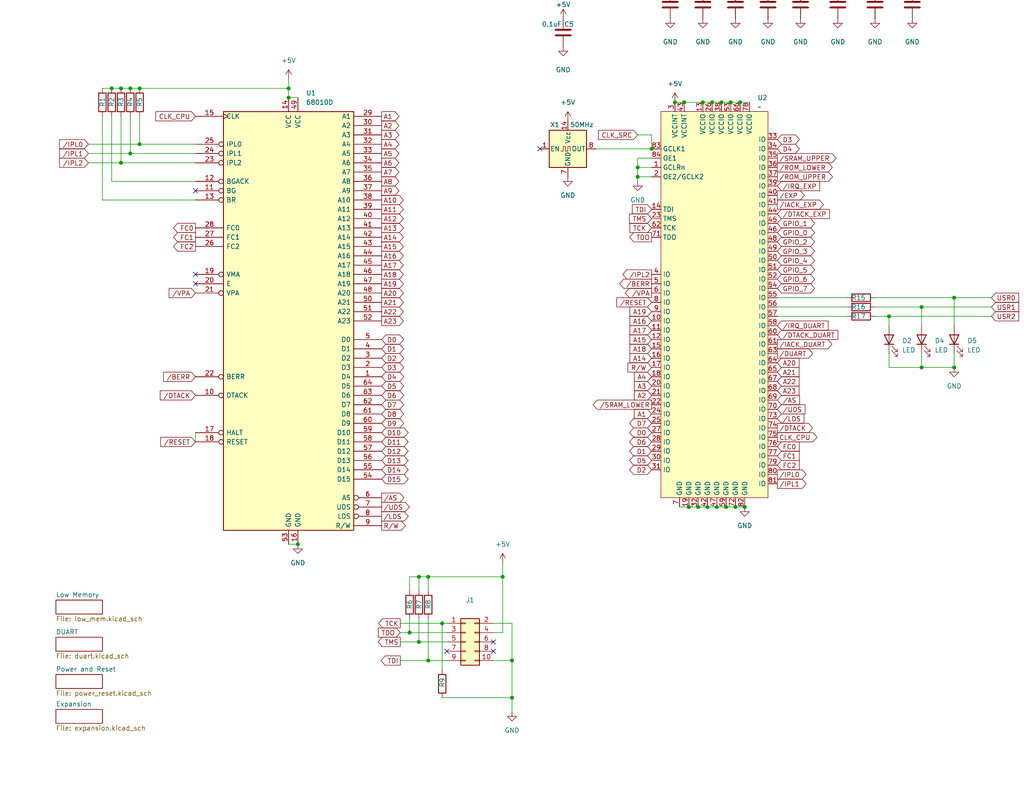
<source format=kicad_sch>
(kicad_sch (version 20231120) (generator "eeschema") (generator_version "8.0")
  (paper "A")
  (title_block (title "Mackerel-10 SBC v1") (date "2024-07-30") (rev "1.0a") (company "Colin Maykish"))
  (lib_symbols
    (symbol "CPU_NXP_68000:68010D" (pin_names (offset 0.762))
      (property "Reference" "U" (at 0 2.54 0))
      (property "Value" "68010D" (at 0 -3.81 0))
      (symbol "68010D_1_1"
        (pin bidirectional line (at 25.4 -15.24 180) (length 7.62) (name "D4") (number "1"))
        (pin input inverted (at -25.4 -20.32 0) (length 7.62) (name "DTACK") (number "10"))
        (pin output inverted (at -25.4 35.56 0) (length 7.62) (name "BG") (number "11"))
        (pin input inverted (at -25.4 38.1 0) (length 7.62) (name "BGACK") (number "12"))
        (pin input inverted (at -25.4 33.02 0) (length 7.62) (name "BR") (number "13"))
        (pin power_in line (at 0 60.96 270) (length 3.81) (name "VCC") (number "14"))
        (pin input clock (at -25.4 55.88 0) (length 7.62) (name "CLK") (number "15"))
        (pin power_in line (at 2.54 -60.96 90) (length 3.81) (name "GND") (number "16"))
        (pin bidirectional inverted (at -25.4 -30.48 0) (length 7.62) (name "HALT") (number "17"))
        (pin bidirectional inverted (at -25.4 -33.02 0) (length 7.62) (name "RESET") (number "18"))
        (pin output inverted (at -25.4 12.7 0) (length 7.62) (name "VMA") (number "19"))
        (pin bidirectional line (at 25.4 -12.7 180) (length 7.62) (name "D3") (number "2"))
        (pin output line (at -25.4 10.16 0) (length 7.62) (name "E") (number "20"))
        (pin input inverted (at -25.4 7.62 0) (length 7.62) (name "VPA") (number "21"))
        (pin input inverted (at -25.4 -15.24 0) (length 7.62) (name "BERR") (number "22"))
        (pin input inverted (at -25.4 43.18 0) (length 7.62) (name "IPL2") (number "23"))
        (pin input inverted (at -25.4 45.72 0) (length 7.62) (name "IPL1") (number "24"))
        (pin input inverted (at -25.4 48.26 0) (length 7.62) (name "IPL0") (number "25"))
        (pin output line (at -25.4 20.32 0) (length 7.62) (name "FC2") (number "26"))
        (pin output line (at -25.4 22.86 0) (length 7.62) (name "FC1") (number "27"))
        (pin output line (at -25.4 25.4 0) (length 7.62) (name "FC0") (number "28"))
        (pin output line (at 25.4 55.88 180) (length 7.62) (name "A1") (number "29"))
        (pin bidirectional line (at 25.4 -10.16 180) (length 7.62) (name "D2") (number "3"))
        (pin output line (at 25.4 53.34 180) (length 7.62) (name "A2") (number "30"))
        (pin output line (at 25.4 50.8 180) (length 7.62) (name "A3") (number "31"))
        (pin output line (at 25.4 48.26 180) (length 7.62) (name "A4") (number "32"))
        (pin output line (at 25.4 45.72 180) (length 7.62) (name "A5") (number "33"))
        (pin output line (at 25.4 43.18 180) (length 7.62) (name "A6") (number "34"))
        (pin output line (at 25.4 40.64 180) (length 7.62) (name "A7") (number "35"))
        (pin output line (at 25.4 38.1 180) (length 7.62) (name "A8") (number "36"))
        (pin output line (at 25.4 35.56 180) (length 7.62) (name "A9") (number "37"))
        (pin output line (at 25.4 33.02 180) (length 7.62) (name "A10") (number "38"))
        (pin output line (at 25.4 30.48 180) (length 7.62) (name "A11") (number "39"))
        (pin bidirectional line (at 25.4 -7.62 180) (length 7.62) (name "D1") (number "4"))
        (pin output line (at 25.4 27.94 180) (length 7.62) (name "A12") (number "40"))
        (pin output line (at 25.4 25.4 180) (length 7.62) (name "A13") (number "41"))
        (pin output line (at 25.4 22.86 180) (length 7.62) (name "A14") (number "42"))
        (pin output line (at 25.4 20.32 180) (length 7.62) (name "A15") (number "43"))
        (pin output line (at 25.4 17.78 180) (length 7.62) (name "A16") (number "44"))
        (pin output line (at 25.4 15.24 180) (length 7.62) (name "A17") (number "45"))
        (pin output line (at 25.4 12.7 180) (length 7.62) (name "A18") (number "46"))
        (pin output line (at 25.4 10.16 180) (length 7.62) (name "A19") (number "47"))
        (pin output line (at 25.4 7.62 180) (length 7.62) (name "A20") (number "48"))
        (pin power_in line (at 2.54 60.96 270) (length 3.81) (name "VCC") (number "49"))
        (pin bidirectional line (at 25.4 -5.08 180) (length 7.62) (name "D0") (number "5"))
        (pin output line (at 25.4 5.08 180) (length 7.62) (name "A21") (number "50"))
        (pin output line (at 25.4 2.54 180) (length 7.62) (name "A22") (number "51"))
        (pin output line (at 25.4 0 180) (length 7.62) (name "A23") (number "52"))
        (pin power_in line (at 0 -60.96 90) (length 3.81) (name "GND") (number "53"))
        (pin bidirectional line (at 25.4 -43.18 180) (length 7.62) (name "D15") (number "54"))
        (pin bidirectional line (at 25.4 -40.64 180) (length 7.62) (name "D14") (number "55"))
        (pin bidirectional line (at 25.4 -38.1 180) (length 7.62) (name "D13") (number "56"))
        (pin bidirectional line (at 25.4 -35.56 180) (length 7.62) (name "D12") (number "57"))
        (pin bidirectional line (at 25.4 -33.02 180) (length 7.62) (name "D11") (number "58"))
        (pin bidirectional line (at 25.4 -30.48 180) (length 7.62) (name "D10") (number "59"))
        (pin output inverted (at 25.4 -48.26 180) (length 7.62) (name "AS") (number "6"))
        (pin bidirectional line (at 25.4 -27.94 180) (length 7.62) (name "D9") (number "60"))
        (pin bidirectional line (at 25.4 -25.4 180) (length 7.62) (name "D8") (number "61"))
        (pin bidirectional line (at 25.4 -22.86 180) (length 7.62) (name "D7") (number "62"))
        (pin bidirectional line (at 25.4 -20.32 180) (length 7.62) (name "D6") (number "63"))
        (pin bidirectional line (at 25.4 -17.78 180) (length 7.62) (name "D5") (number "64"))
        (pin output inverted (at 25.4 -50.8 180) (length 7.62) (name "UDS") (number "7"))
        (pin output inverted (at 25.4 -53.34 180) (length 7.62) (name "LDS") (number "8"))
        (pin output line (at 25.4 -55.88 180) (length 7.62) (name "R/W") (number "9"))
      )
    )
    (symbol "Connector_Generic:Conn_02x05_Odd_Even" (pin_names (offset 1.016) hide)
      (property "Reference" "J" (at 1.27 7.62 0))
      (property "Value" "Conn_02x05_Odd_Even" (at 1.27 -7.62 0))
      (symbol "Conn_02x05_Odd_Even_1_1"
        (pin passive line (at -5.08 5.08 0) (length 3.81) (name "Pin_1") (number "1"))
        (pin passive line (at 7.62 -5.08 180) (length 3.81) (name "Pin_10") (number "10"))
        (pin passive line (at 7.62 5.08 180) (length 3.81) (name "Pin_2") (number "2"))
        (pin passive line (at -5.08 2.54 0) (length 3.81) (name "Pin_3") (number "3"))
        (pin passive line (at 7.62 2.54 180) (length 3.81) (name "Pin_4") (number "4"))
        (pin passive line (at -5.08 0 0) (length 3.81) (name "Pin_5") (number "5"))
        (pin passive line (at 7.62 0 180) (length 3.81) (name "Pin_6") (number "6"))
        (pin passive line (at -5.08 -2.54 0) (length 3.81) (name "Pin_7") (number "7"))
        (pin passive line (at 7.62 -2.54 180) (length 3.81) (name "Pin_8") (number "8"))
        (pin passive line (at -5.08 -5.08 0) (length 3.81) (name "Pin_9") (number "9"))
      )
    )
    (symbol "Device:C" (pin_numbers hide) (pin_names (offset 0.254))
      (property "Reference" "C" (at 0.635 2.54 0))
      (property "Value" "C" (at 0.635 -2.54 0))
      (symbol "C_1_1"
        (pin passive line (at 0 3.81 270) (length 2.794) (name "~") (number "1"))
        (pin passive line (at 0 -3.81 90) (length 2.794) (name "~") (number "2"))
      )
    )
    (symbol "Device:LED" (pin_numbers hide) (pin_names (offset 1.016) hide)
      (property "Reference" "D" (at 0 2.54 0))
      (property "Value" "LED" (at 0 -2.54 0))
      (symbol "LED_1_1"
        (pin passive line (at -3.81 0 0) (length 2.54) (name "K") (number "1"))
        (pin passive line (at 3.81 0 180) (length 2.54) (name "A") (number "2"))
      )
    )
    (symbol "Device:R" (pin_numbers hide) (pin_names (offset 0))
      (property "Reference" "R" (at 2.032 0 90))
      (property "Value" "R" (at 0 0 90))
      (symbol "R_1_1"
        (pin passive line (at 0 3.81 270) (length 1.27) (name "~") (number "1"))
        (pin passive line (at 0 -3.81 90) (length 1.27) (name "~") (number "2"))
      )
    )
    (symbol "Oscillator:CXO_DIP14" (pin_names (offset 0.254))
      (property "Reference" "X" (at -5.08 6.35 0))
      (property "Value" "CXO_DIP14" (at 1.27 -6.35 0))
      (symbol "CXO_DIP14_1_1"
        (pin input line (at -7.62 0 0) (length 2.54) (name "EN") (number "1"))
        (pin power_in line (at 0 7.62 270) (length 2.54) (name "Vcc") (number "14"))
        (pin power_in line (at 0 -7.62 90) (length 2.54) (name "GND") (number "7"))
        (pin output line (at 7.62 0 180) (length 2.54) (name "OUT") (number "8"))
      )
    )
    (symbol "mackerel-68k-symbols:EPM7128SLC"
      (property "Reference" "U" (at 12.192 55.118 0))
      (symbol "EPM7128SLC_1_1"
        (pin input line (at -17.78 38.1 0) (length 2.54) (name "GCLRn") (number "1"))
        (pin bidirectional line (at -17.78 -3.81 0) (length 2.54) (name "IO") (number "10"))
        (pin bidirectional line (at -17.78 -6.35 0) (length 2.54) (name "IO") (number "11"))
        (pin bidirectional line (at -17.78 -8.89 0) (length 2.54) (name "IO") (number "12"))
        (pin power_in line (at -3.81 55.88 270) (length 2.54) (name "VCCIO") (number "13"))
        (pin bidirectional line (at -17.78 26.67 0) (length 2.54) (name "TDI") (number "14"))
        (pin bidirectional line (at -17.78 -11.43 0) (length 2.54) (name "IO") (number "15"))
        (pin bidirectional line (at -17.78 -13.97 0) (length 2.54) (name "IO") (number "16"))
        (pin bidirectional line (at -17.78 -16.51 0) (length 2.54) (name "IO") (number "17"))
        (pin bidirectional line (at -17.78 -19.05 0) (length 2.54) (name "IO") (number "18"))
        (pin power_in line (at -7.62 -54.61 90) (length 2.54) (name "GND") (number "19"))
        (pin input line (at -17.78 35.56 0) (length 2.54) (name "OE2/GCLK2") (number "2"))
        (pin bidirectional line (at -17.78 -21.59 0) (length 2.54) (name "IO") (number "20"))
        (pin bidirectional line (at -17.78 -24.13 0) (length 2.54) (name "IO") (number "21"))
        (pin bidirectional line (at -17.78 -26.67 0) (length 2.54) (name "IO") (number "22"))
        (pin bidirectional line (at -17.78 24.13 0) (length 2.54) (name "TMS") (number "23"))
        (pin bidirectional line (at -17.78 -29.21 0) (length 2.54) (name "IO") (number "24"))
        (pin bidirectional line (at -17.78 -31.75 0) (length 2.54) (name "IO") (number "25"))
        (pin power_in line (at -1.27 55.88 270) (length 2.54) (name "VCCIO") (number "26"))
        (pin bidirectional line (at -17.78 -34.29 0) (length 2.54) (name "IO") (number "27"))
        (pin bidirectional line (at -17.78 -36.83 0) (length 2.54) (name "IO") (number "28"))
        (pin bidirectional line (at -17.78 -39.37 0) (length 2.54) (name "IO") (number "29"))
        (pin power_in line (at -11.43 55.88 270) (length 2.54) (name "VCCINT") (number "3"))
        (pin bidirectional line (at -17.78 -41.91 0) (length 2.54) (name "IO") (number "30"))
        (pin bidirectional line (at -17.78 -44.45 0) (length 2.54) (name "IO") (number "31"))
        (pin power_in line (at -5.08 -54.61 90) (length 2.54) (name "GND") (number "32"))
        (pin bidirectional line (at 16.51 45.72 180) (length 2.54) (name "IO") (number "33"))
        (pin bidirectional line (at 16.51 43.18 180) (length 2.54) (name "IO") (number "34"))
        (pin bidirectional line (at 16.51 40.64 180) (length 2.54) (name "IO") (number "35"))
        (pin bidirectional line (at 16.51 38.1 180) (length 2.54) (name "IO") (number "36"))
        (pin bidirectional line (at 16.51 35.56 180) (length 2.54) (name "IO") (number "37"))
        (pin power_in line (at 1.27 55.88 270) (length 2.54) (name "VCCIO") (number "38"))
        (pin bidirectional line (at 16.51 33.02 180) (length 2.54) (name "IO") (number "39"))
        (pin bidirectional line (at -17.78 8.89 0) (length 2.54) (name "IO") (number "4"))
        (pin bidirectional line (at 16.51 30.48 180) (length 2.54) (name "IO") (number "40"))
        (pin bidirectional line (at 16.51 27.94 180) (length 2.54) (name "IO") (number "41"))
        (pin power_in line (at -2.54 -54.61 90) (length 2.54) (name "GND") (number "42"))
        (pin power_in line (at -8.89 55.88 270) (length 2.54) (name "VCCINT") (number "43"))
        (pin bidirectional line (at 16.51 25.4 180) (length 2.54) (name "IO") (number "44"))
        (pin bidirectional line (at 16.51 22.86 180) (length 2.54) (name "IO") (number "45"))
        (pin bidirectional line (at 16.51 20.32 180) (length 2.54) (name "IO") (number "46"))
        (pin power_in line (at 0 -54.61 90) (length 2.54) (name "GND") (number "47"))
        (pin bidirectional line (at 16.51 17.78 180) (length 2.54) (name "IO") (number "48"))
        (pin bidirectional line (at 16.51 15.24 180) (length 2.54) (name "IO") (number "49"))
        (pin bidirectional line (at -17.78 6.35 0) (length 2.54) (name "IO") (number "5"))
        (pin bidirectional line (at 16.51 12.7 180) (length 2.54) (name "IO") (number "50"))
        (pin bidirectional line (at 16.51 10.16 180) (length 2.54) (name "IO") (number "51"))
        (pin bidirectional line (at 16.51 7.62 180) (length 2.54) (name "IO") (number "52"))
        (pin power_in line (at 3.81 55.88 270) (length 2.54) (name "VCCIO") (number "53"))
        (pin bidirectional line (at 16.51 5.08 180) (length 2.54) (name "IO") (number "54"))
        (pin bidirectional line (at 16.51 2.54 180) (length 2.54) (name "IO") (number "55"))
        (pin bidirectional line (at 16.51 0 180) (length 2.54) (name "IO") (number "56"))
        (pin bidirectional line (at 16.51 -2.54 180) (length 2.54) (name "IO") (number "57"))
        (pin bidirectional line (at 16.51 -5.08 180) (length 2.54) (name "IO") (number "58"))
        (pin power_in line (at 2.54 -54.61 90) (length 2.54) (name "GND") (number "59"))
        (pin bidirectional line (at -17.78 3.81 0) (length 2.54) (name "IO") (number "6"))
        (pin bidirectional line (at 16.51 -7.62 180) (length 2.54) (name "IO") (number "60"))
        (pin bidirectional line (at 16.51 -10.16 180) (length 2.54) (name "IO") (number "61"))
        (pin bidirectional line (at -17.78 21.59 0) (length 2.54) (name "TCK") (number "62"))
        (pin bidirectional line (at 16.51 -12.7 180) (length 2.54) (name "IO") (number "63"))
        (pin bidirectional line (at 16.51 -15.24 180) (length 2.54) (name "IO") (number "64"))
        (pin bidirectional line (at 16.51 -17.78 180) (length 2.54) (name "IO") (number "65"))
        (pin power_in line (at 6.35 55.88 270) (length 2.54) (name "VCCIO") (number "66"))
        (pin bidirectional line (at 16.51 -20.32 180) (length 2.54) (name "IO") (number "67"))
        (pin bidirectional line (at 16.51 -22.86 180) (length 2.54) (name "IO") (number "68"))
        (pin bidirectional line (at 16.51 -25.4 180) (length 2.54) (name "IO") (number "69"))
        (pin power_in line (at -10.16 -54.61 90) (length 2.54) (name "GND") (number "7"))
        (pin bidirectional line (at 16.51 -27.94 180) (length 2.54) (name "IO") (number "70"))
        (pin bidirectional line (at -17.78 19.05 0) (length 2.54) (name "TDO") (number "71"))
        (pin power_in line (at 5.08 -54.61 90) (length 2.54) (name "GND") (number "72"))
        (pin bidirectional line (at 16.51 -30.48 180) (length 2.54) (name "IO") (number "73"))
        (pin bidirectional line (at 16.51 -33.02 180) (length 2.54) (name "IO") (number "74"))
        (pin bidirectional line (at 16.51 -35.56 180) (length 2.54) (name "IO") (number "75"))
        (pin bidirectional line (at 16.51 -38.1 180) (length 2.54) (name "IO") (number "76"))
        (pin bidirectional line (at 16.51 -40.64 180) (length 2.54) (name "IO") (number "77"))
        (pin power_in line (at 8.89 55.88 270) (length 2.54) (name "VCCIO") (number "78"))
        (pin bidirectional line (at 16.51 -43.18 180) (length 2.54) (name "IO") (number "79"))
        (pin bidirectional line (at -17.78 1.27 0) (length 2.54) (name "IO") (number "8"))
        (pin bidirectional line (at 16.51 -45.72 180) (length 2.54) (name "IO") (number "80"))
        (pin bidirectional line (at 16.51 -48.26 180) (length 2.54) (name "IO") (number "81"))
        (pin power_in line (at 7.62 -54.61 90) (length 2.54) (name "GND") (number "82"))
        (pin input line (at -17.78 43.18 0) (length 2.54) (name "GCLK1") (number "83"))
        (pin input line (at -17.78 40.64 0) (length 2.54) (name "OE1") (number "84"))
        (pin bidirectional line (at -17.78 -1.27 0) (length 2.54) (name "IO") (number "9"))
      )
    )
    (symbol "power:+5V" (power) (pin_numbers hide) (pin_names (offset 0) hide)
      (property "Value" "+5V" (at 0 3.556 0))
      (symbol "+5V_1_1"
        (pin power_in line (at 0 0 90) (length 0) (name "~") (number "1"))
      )
    )
    (symbol "power:GND" (power) (pin_numbers hide) (pin_names (offset 0) hide)
      (property "Value" "GND" (at 0 -3.81 0))
      (symbol "GND_1_1"
        (pin power_in line (at 0 0 270) (length 0) (name "~") (number "1"))
      )
    )
  )
  (junction (at 114.3 175.26))
  (junction (at 35.56 24.13))
  (junction (at 111.76 172.72))
  (junction (at 203.2 138.43))
  (junction (at 116.84 180.34))
  (junction (at 190.5 138.43))
  (junction (at 38.1 39.37))
  (junction (at 120.65 170.18))
  (junction (at 30.48 24.13))
  (junction (at 184.15 27.94))
  (junction (at 260.35 81.28))
  (junction (at 187.96 138.43))
  (junction (at 194.31 27.94))
  (junction (at 251.46 100.33))
  (junction (at 195.58 138.43))
  (junction (at 260.35 100.33))
  (junction (at 33.02 24.13))
  (junction (at 114.3 157.48))
  (junction (at 78.74 24.13))
  (junction (at 139.7 180.34))
  (junction (at 200.66 138.43))
  (junction (at 173.99 45.72))
  (junction (at 198.12 138.43))
  (junction (at 199.39 27.94))
  (junction (at 173.99 48.26))
  (junction (at 242.57 86.36))
  (junction (at 177.8 40.64))
  (junction (at 191.77 27.94))
  (junction (at 78.74 26.67))
  (junction (at 33.02 44.45))
  (junction (at 193.04 138.43))
  (junction (at 201.93 27.94))
  (junction (at 81.28 148.59))
  (junction (at 139.7 190.5))
  (junction (at 186.69 27.94))
  (junction (at 38.1 24.13))
  (junction (at 251.46 83.82))
  (junction (at 137.16 157.48))
  (junction (at 196.85 27.94))
  (junction (at 116.84 157.48))
  (junction (at 35.56 41.91))
  (no_connect (at 53.34 77.47))
  (no_connect (at 134.62 177.8))
  (no_connect (at 134.62 175.26))
  (no_connect (at 53.34 74.93))
  (no_connect (at 147.32 40.64))
  (no_connect (at 53.34 52.07))
  (no_connect (at 121.92 177.8))
  (wire (pts (xy 120.65 170.18) (xy 121.92 170.18)))
  (wire (pts (xy 116.84 161.29) (xy 116.84 157.48)))
  (wire (pts (xy 116.84 157.48) (xy 137.16 157.48)))
  (wire (pts (xy 27.94 54.61) (xy 27.94 31.75)))
  (wire (pts (xy 191.77 27.94) (xy 194.31 27.94)))
  (wire (pts (xy 109.22 170.18) (xy 120.65 170.18)))
  (wire (pts (xy 109.22 180.34) (xy 116.84 180.34)))
  (wire (pts (xy 33.02 24.13) (xy 35.56 24.13)))
  (wire (pts (xy 260.35 96.52) (xy 260.35 100.33)))
  (wire (pts (xy 173.99 48.26) (xy 173.99 45.72)))
  (wire (pts (xy 35.56 31.75) (xy 35.56 41.91)))
  (wire (pts (xy 111.76 172.72) (xy 121.92 172.72)))
  (wire (pts (xy 120.65 190.5) (xy 139.7 190.5)))
  (wire (pts (xy 260.35 81.28) (xy 270.51 81.28)))
  (wire (pts (xy 114.3 175.26) (xy 121.92 175.26)))
  (wire (pts (xy 24.13 41.91) (xy 35.56 41.91)))
  (wire (pts (xy 137.16 157.48) (xy 137.16 172.72)))
  (wire (pts (xy 184.15 27.94) (xy 186.69 27.94)))
  (wire (pts (xy 186.69 27.94) (xy 191.77 27.94)))
  (wire (pts (xy 33.02 31.75) (xy 33.02 44.45)))
  (wire (pts (xy 212.09 83.82) (xy 231.14 83.82)))
  (wire (pts (xy 173.99 43.18) (xy 177.8 43.18)))
  (wire (pts (xy 251.46 83.82) (xy 251.46 88.9)))
  (wire (pts (xy 200.66 138.43) (xy 203.2 138.43)))
  (wire (pts (xy 111.76 168.91) (xy 111.76 172.72)))
  (wire (pts (xy 38.1 24.13) (xy 78.74 24.13)))
  (wire (pts (xy 194.31 27.94) (xy 196.85 27.94)))
  (wire (pts (xy 30.48 31.75) (xy 30.48 49.53)))
  (wire (pts (xy 78.74 24.13) (xy 78.74 26.67)))
  (wire (pts (xy 185.42 138.43) (xy 187.96 138.43)))
  (wire (pts (xy 173.99 49.53) (xy 173.99 48.26)))
  (wire (pts (xy 111.76 157.48) (xy 114.3 157.48)))
  (wire (pts (xy 114.3 161.29) (xy 114.3 157.48)))
  (wire (pts (xy 190.5 138.43) (xy 193.04 138.43)))
  (wire (pts (xy 201.93 27.94) (xy 204.47 27.94)))
  (wire (pts (xy 139.7 170.18) (xy 139.7 180.34)))
  (wire (pts (xy 137.16 153.67) (xy 137.16 157.48)))
  (wire (pts (xy 53.34 118.11) (xy 53.34 120.65)))
  (wire (pts (xy 195.58 138.43) (xy 198.12 138.43)))
  (wire (pts (xy 35.56 24.13) (xy 38.1 24.13)))
  (wire (pts (xy 24.13 44.45) (xy 33.02 44.45)))
  (wire (pts (xy 139.7 194.31) (xy 139.7 190.5)))
  (wire (pts (xy 242.57 86.36) (xy 270.51 86.36)))
  (wire (pts (xy 111.76 161.29) (xy 111.76 157.48)))
  (wire (pts (xy 199.39 27.94) (xy 201.93 27.94)))
  (wire (pts (xy 116.84 168.91) (xy 116.84 180.34)))
  (wire (pts (xy 251.46 100.33) (xy 251.46 96.52)))
  (wire (pts (xy 251.46 100.33) (xy 242.57 100.33)))
  (wire (pts (xy 78.74 21.59) (xy 78.74 24.13)))
  (wire (pts (xy 38.1 39.37) (xy 53.34 39.37)))
  (wire (pts (xy 38.1 31.75) (xy 38.1 39.37)))
  (wire (pts (xy 114.3 157.48) (xy 116.84 157.48)))
  (wire (pts (xy 114.3 168.91) (xy 114.3 175.26)))
  (wire (pts (xy 242.57 100.33) (xy 242.57 96.52)))
  (wire (pts (xy 78.74 148.59) (xy 81.28 148.59)))
  (wire (pts (xy 173.99 45.72) (xy 173.99 43.18)))
  (wire (pts (xy 139.7 190.5) (xy 139.7 180.34)))
  (wire (pts (xy 109.22 172.72) (xy 111.76 172.72)))
  (wire (pts (xy 120.65 170.18) (xy 120.65 182.88)))
  (wire (pts (xy 187.96 138.43) (xy 190.5 138.43)))
  (wire (pts (xy 33.02 44.45) (xy 53.34 44.45)))
  (wire (pts (xy 212.09 86.36) (xy 231.14 86.36)))
  (wire (pts (xy 198.12 138.43) (xy 200.66 138.43)))
  (wire (pts (xy 242.57 86.36) (xy 242.57 88.9)))
  (wire (pts (xy 109.22 175.26) (xy 114.3 175.26)))
  (wire (pts (xy 173.99 36.83) (xy 177.8 36.83)))
  (wire (pts (xy 35.56 41.91) (xy 53.34 41.91)))
  (wire (pts (xy 27.94 24.13) (xy 30.48 24.13)))
  (wire (pts (xy 212.09 81.28) (xy 231.14 81.28)))
  (wire (pts (xy 238.76 83.82) (xy 251.46 83.82)))
  (wire (pts (xy 134.62 170.18) (xy 139.7 170.18)))
  (wire (pts (xy 193.04 138.43) (xy 195.58 138.43)))
  (wire (pts (xy 173.99 48.26) (xy 177.8 48.26)))
  (wire (pts (xy 238.76 86.36) (xy 242.57 86.36)))
  (wire (pts (xy 116.84 180.34) (xy 121.92 180.34)))
  (wire (pts (xy 139.7 180.34) (xy 134.62 180.34)))
  (wire (pts (xy 30.48 24.13) (xy 33.02 24.13)))
  (wire (pts (xy 137.16 172.72) (xy 134.62 172.72)))
  (wire (pts (xy 173.99 45.72) (xy 177.8 45.72)))
  (wire (pts (xy 260.35 81.28) (xy 260.35 88.9)))
  (wire (pts (xy 177.8 36.83) (xy 177.8 40.64)))
  (wire (pts (xy 24.13 39.37) (xy 38.1 39.37)))
  (wire (pts (xy 30.48 49.53) (xy 53.34 49.53)))
  (wire (pts (xy 238.76 81.28) (xy 260.35 81.28)))
  (wire (pts (xy 78.74 26.67) (xy 81.28 26.67)))
  (wire (pts (xy 251.46 83.82) (xy 270.51 83.82)))
  (wire (pts (xy 196.85 27.94) (xy 199.39 27.94)))
  (wire (pts (xy 162.56 40.64) (xy 177.8 40.64)))
  (wire (pts (xy 260.35 100.33) (xy 251.46 100.33)))
  (wire (pts (xy 53.34 54.61) (xy 27.94 54.61)))
  (global_label "TDO" (shape input) (at 109.22 172.72 180) (property "Intersheetrefs" "${INTERSHEET_REFS}" (effects (hide yes))))
  (global_label "D4" (shape bidirectional) (at 212.09 40.64 0) (property "Intersheetrefs" "${INTERSHEET_REFS}" (effects (hide yes))))
  (global_label "D6" (shape bidirectional) (at 177.8 120.65 180) (property "Intersheetrefs" "${INTERSHEET_REFS}" (effects (hide yes))))
  (global_label "A16" (shape output) (at 104.14 69.85 0) (property "Intersheetrefs" "${INTERSHEET_REFS}" (effects (hide yes))))
  (global_label "A20" (shape output) (at 104.14 80.01 0) (property "Intersheetrefs" "${INTERSHEET_REFS}" (effects (hide yes))))
  (global_label "GPIO_0" (shape bidirectional) (at 212.09 63.5 0) (property "Intersheetrefs" "${INTERSHEET_REFS}" (effects (hide yes))))
  (global_label "A18" (shape output) (at 104.14 74.93 0) (property "Intersheetrefs" "${INTERSHEET_REFS}" (effects (hide yes))))
  (global_label "{slash}VPA" (shape input) (at 53.34 80.01 180) (property "Intersheetrefs" "${INTERSHEET_REFS}" (effects (hide yes))))
  (global_label "{slash}SRAM_UPPER" (shape output) (at 212.09 43.18 0) (property "Intersheetrefs" "${INTERSHEET_REFS}" (effects (hide yes))))
  (global_label "D15" (shape bidirectional) (at 104.14 130.81 0) (property "Intersheetrefs" "${INTERSHEET_REFS}" (effects (hide yes))))
  (global_label "FC2" (shape output) (at 53.34 67.31 180) (property "Intersheetrefs" "${INTERSHEET_REFS}" (effects (hide yes))))
  (global_label "TDI" (shape output) (at 109.22 180.34 180) (property "Intersheetrefs" "${INTERSHEET_REFS}" (effects (hide yes))))
  (global_label "{slash}UDS" (shape output) (at 104.14 138.43 0) (property "Intersheetrefs" "${INTERSHEET_REFS}" (effects (hide yes))))
  (global_label "D1" (shape bidirectional) (at 177.8 123.19 180) (property "Intersheetrefs" "${INTERSHEET_REFS}" (effects (hide yes))))
  (global_label "A16" (shape input) (at 177.8 87.63 180) (property "Intersheetrefs" "${INTERSHEET_REFS}" (effects (hide yes))))
  (global_label "R{slash}W" (shape input) (at 177.8 100.33 180) (property "Intersheetrefs" "${INTERSHEET_REFS}" (effects (hide yes))))
  (global_label "A11" (shape output) (at 104.14 57.15 0) (property "Intersheetrefs" "${INTERSHEET_REFS}" (effects (hide yes))))
  (global_label "D6" (shape bidirectional) (at 104.14 107.95 0) (property "Intersheetrefs" "${INTERSHEET_REFS}" (effects (hide yes))))
  (global_label "D7" (shape bidirectional) (at 177.8 115.57 180) (property "Intersheetrefs" "${INTERSHEET_REFS}" (effects (hide yes))))
  (global_label "TMS" (shape input) (at 177.8 59.69 180) (property "Intersheetrefs" "${INTERSHEET_REFS}" (effects (hide yes))))
  (global_label "{slash}IACK_DUART" (shape output) (at 212.09 93.98 0) (property "Intersheetrefs" "${INTERSHEET_REFS}" (effects (hide yes))))
  (global_label "A21" (shape output) (at 104.14 82.55 0) (property "Intersheetrefs" "${INTERSHEET_REFS}" (effects (hide yes))))
  (global_label "{slash}IRQ_DUART" (shape input) (at 212.09 88.9 0) (property "Intersheetrefs" "${INTERSHEET_REFS}" (effects (hide yes))))
  (global_label "{slash}IPL1" (shape input) (at 24.13 41.91 180) (property "Intersheetrefs" "${INTERSHEET_REFS}" (effects (hide yes))))
  (global_label "A14" (shape input) (at 177.8 97.79 180) (property "Intersheetrefs" "${INTERSHEET_REFS}" (effects (hide yes))))
  (global_label "A3" (shape input) (at 177.8 105.41 180) (property "Intersheetrefs" "${INTERSHEET_REFS}" (effects (hide yes))))
  (global_label "D11" (shape bidirectional) (at 104.14 120.65 0) (property "Intersheetrefs" "${INTERSHEET_REFS}" (effects (hide yes))))
  (global_label "GPIO_4" (shape bidirectional) (at 212.09 71.12 0) (property "Intersheetrefs" "${INTERSHEET_REFS}" (effects (hide yes))))
  (global_label "D1" (shape bidirectional) (at 104.14 95.25 0) (property "Intersheetrefs" "${INTERSHEET_REFS}" (effects (hide yes))))
  (global_label "A9" (shape output) (at 104.14 52.07 0) (property "Intersheetrefs" "${INTERSHEET_REFS}" (effects (hide yes))))
  (global_label "{slash}LDS" (shape output) (at 104.14 140.97 0) (property "Intersheetrefs" "${INTERSHEET_REFS}" (effects (hide yes))))
  (global_label "A1" (shape input) (at 177.8 113.03 180) (property "Intersheetrefs" "${INTERSHEET_REFS}" (effects (hide yes))))
  (global_label "A22" (shape output) (at 104.14 85.09 0) (property "Intersheetrefs" "${INTERSHEET_REFS}" (effects (hide yes))))
  (global_label "{slash}AS" (shape output) (at 104.14 135.89 0) (property "Intersheetrefs" "${INTERSHEET_REFS}" (effects (hide yes))))
  (global_label "{slash}RESET" (shape input) (at 53.34 120.65 180) (property "Intersheetrefs" "${INTERSHEET_REFS}" (effects (hide yes))))
  (global_label "D8" (shape bidirectional) (at 104.14 113.03 0) (property "Intersheetrefs" "${INTERSHEET_REFS}" (effects (hide yes))))
  (global_label "D5" (shape bidirectional) (at 177.8 125.73 180) (property "Intersheetrefs" "${INTERSHEET_REFS}" (effects (hide yes))))
  (global_label "D5" (shape bidirectional) (at 104.14 105.41 0) (property "Intersheetrefs" "${INTERSHEET_REFS}" (effects (hide yes))))
  (global_label "{slash}ROM_LOWER" (shape output) (at 212.09 45.72 0) (property "Intersheetrefs" "${INTERSHEET_REFS}" (effects (hide yes))))
  (global_label "A14" (shape output) (at 104.14 64.77 0) (property "Intersheetrefs" "${INTERSHEET_REFS}" (effects (hide yes))))
  (global_label "{slash}DTACK" (shape output) (at 212.09 116.84 0) (property "Intersheetrefs" "${INTERSHEET_REFS}" (effects (hide yes))))
  (global_label "A17" (shape output) (at 104.14 72.39 0) (property "Intersheetrefs" "${INTERSHEET_REFS}" (effects (hide yes))))
  (global_label "FC2" (shape input) (at 212.09 127 0) (property "Intersheetrefs" "${INTERSHEET_REFS}" (effects (hide yes))))
  (global_label "D12" (shape bidirectional) (at 104.14 123.19 0) (property "Intersheetrefs" "${INTERSHEET_REFS}" (effects (hide yes))))
  (global_label "A15" (shape output) (at 104.14 67.31 0) (property "Intersheetrefs" "${INTERSHEET_REFS}" (effects (hide yes))))
  (global_label "{slash}IPL2" (shape output) (at 177.8 74.93 180) (property "Intersheetrefs" "${INTERSHEET_REFS}" (effects (hide yes))))
  (global_label "TDO" (shape output) (at 177.8 64.77 180) (property "Intersheetrefs" "${INTERSHEET_REFS}" (effects (hide yes))))
  (global_label "A12" (shape output) (at 104.14 59.69 0) (property "Intersheetrefs" "${INTERSHEET_REFS}" (effects (hide yes))))
  (global_label "FC0" (shape input) (at 212.09 121.92 0) (property "Intersheetrefs" "${INTERSHEET_REFS}" (effects (hide yes))))
  (global_label "A7" (shape output) (at 104.14 46.99 0) (property "Intersheetrefs" "${INTERSHEET_REFS}" (effects (hide yes))))
  (global_label "D10" (shape bidirectional) (at 104.14 118.11 0) (property "Intersheetrefs" "${INTERSHEET_REFS}" (effects (hide yes))))
  (global_label "{slash}SRAM_LOWER" (shape output) (at 177.8 110.49 180) (property "Intersheetrefs" "${INTERSHEET_REFS}" (effects (hide yes))))
  (global_label "FC0" (shape output) (at 53.34 62.23 180) (property "Intersheetrefs" "${INTERSHEET_REFS}" (effects (hide yes))))
  (global_label "A15" (shape input) (at 177.8 92.71 180) (property "Intersheetrefs" "${INTERSHEET_REFS}" (effects (hide yes))))
  (global_label "{slash}DTACK_EXP" (shape input) (at 212.09 58.42 0) (property "Intersheetrefs" "${INTERSHEET_REFS}" (effects (hide yes))))
  (global_label "FC1" (shape output) (at 53.34 64.77 180) (property "Intersheetrefs" "${INTERSHEET_REFS}" (effects (hide yes))))
  (global_label "GPIO_7" (shape bidirectional) (at 212.09 78.74 0) (property "Intersheetrefs" "${INTERSHEET_REFS}" (effects (hide yes))))
  (global_label "A3" (shape output) (at 104.14 36.83 0) (property "Intersheetrefs" "${INTERSHEET_REFS}" (effects (hide yes))))
  (global_label "A4" (shape input) (at 177.8 102.87 180) (property "Intersheetrefs" "${INTERSHEET_REFS}" (effects (hide yes))))
  (global_label "A19" (shape input) (at 177.8 85.09 180) (property "Intersheetrefs" "${INTERSHEET_REFS}" (effects (hide yes))))
  (global_label "{slash}DTACK" (shape input) (at 53.34 107.95 180) (property "Intersheetrefs" "${INTERSHEET_REFS}" (effects (hide yes))))
  (global_label "TDI" (shape input) (at 177.8 57.15 180) (property "Intersheetrefs" "${INTERSHEET_REFS}" (effects (hide yes))))
  (global_label "A23" (shape input) (at 212.09 106.68 0) (property "Intersheetrefs" "${INTERSHEET_REFS}" (effects (hide yes))))
  (global_label "{slash}IPL0" (shape output) (at 212.09 129.54 0) (property "Intersheetrefs" "${INTERSHEET_REFS}" (effects (hide yes))))
  (global_label "A2" (shape input) (at 177.8 107.95 180) (property "Intersheetrefs" "${INTERSHEET_REFS}" (effects (hide yes))))
  (global_label "{slash}UDS" (shape input) (at 212.09 111.76 0) (property "Intersheetrefs" "${INTERSHEET_REFS}" (effects (hide yes))))
  (global_label "D14" (shape bidirectional) (at 104.14 128.27 0) (property "Intersheetrefs" "${INTERSHEET_REFS}" (effects (hide yes))))
  (global_label "A2" (shape output) (at 104.14 34.29 0) (property "Intersheetrefs" "${INTERSHEET_REFS}" (effects (hide yes))))
  (global_label "{slash}IPL1" (shape output) (at 212.09 132.08 0) (property "Intersheetrefs" "${INTERSHEET_REFS}" (effects (hide yes))))
  (global_label "A21" (shape input) (at 212.09 101.6 0) (property "Intersheetrefs" "${INTERSHEET_REFS}" (effects (hide yes))))
  (global_label "D9" (shape bidirectional) (at 104.14 115.57 0) (property "Intersheetrefs" "${INTERSHEET_REFS}" (effects (hide yes))))
  (global_label "GPIO_6" (shape bidirectional) (at 212.09 76.2 0) (property "Intersheetrefs" "${INTERSHEET_REFS}" (effects (hide yes))))
  (global_label "A23" (shape output) (at 104.14 87.63 0) (property "Intersheetrefs" "${INTERSHEET_REFS}" (effects (hide yes))))
  (global_label "CLK_CPU" (shape output) (at 212.09 119.38 0) (property "Intersheetrefs" "${INTERSHEET_REFS}" (effects (hide yes))))
  (global_label "D3" (shape bidirectional) (at 104.14 100.33 0) (property "Intersheetrefs" "${INTERSHEET_REFS}" (effects (hide yes))))
  (global_label "D4" (shape bidirectional) (at 104.14 102.87 0) (property "Intersheetrefs" "${INTERSHEET_REFS}" (effects (hide yes))))
  (global_label "A17" (shape input) (at 177.8 90.17 180) (property "Intersheetrefs" "${INTERSHEET_REFS}" (effects (hide yes))))
  (global_label "A19" (shape output) (at 104.14 77.47 0) (property "Intersheetrefs" "${INTERSHEET_REFS}" (effects (hide yes))))
  (global_label "{slash}DUART" (shape output) (at 212.09 96.52 0) (property "Intersheetrefs" "${INTERSHEET_REFS}" (effects (hide yes))))
  (global_label "D0" (shape bidirectional) (at 177.8 118.11 180) (property "Intersheetrefs" "${INTERSHEET_REFS}" (effects (hide yes))))
  (global_label "D2" (shape bidirectional) (at 104.14 97.79 0) (property "Intersheetrefs" "${INTERSHEET_REFS}" (effects (hide yes))))
  (global_label "{slash}IPL0" (shape input) (at 24.13 39.37 180) (property "Intersheetrefs" "${INTERSHEET_REFS}" (effects (hide yes))))
  (global_label "GPIO_3" (shape bidirectional) (at 212.09 68.58 0) (property "Intersheetrefs" "${INTERSHEET_REFS}" (effects (hide yes))))
  (global_label "A8" (shape output) (at 104.14 49.53 0) (property "Intersheetrefs" "${INTERSHEET_REFS}" (effects (hide yes))))
  (global_label "{slash}IACK_EXP" (shape output) (at 212.09 55.88 0) (property "Intersheetrefs" "${INTERSHEET_REFS}" (effects (hide yes))))
  (global_label "{slash}VPA" (shape output) (at 177.8 80.01 180) (property "Intersheetrefs" "${INTERSHEET_REFS}" (effects (hide yes))))
  (global_label "A20" (shape input) (at 212.09 99.06 0) (property "Intersheetrefs" "${INTERSHEET_REFS}" (effects (hide yes))))
  (global_label "{slash}IRQ_EXP" (shape input) (at 212.09 50.8 0) (property "Intersheetrefs" "${INTERSHEET_REFS}" (effects (hide yes))))
  (global_label "A13" (shape output) (at 104.14 62.23 0) (property "Intersheetrefs" "${INTERSHEET_REFS}" (effects (hide yes))))
  (global_label "TMS" (shape output) (at 109.22 175.26 180) (property "Intersheetrefs" "${INTERSHEET_REFS}" (effects (hide yes))))
  (global_label "TCK" (shape input) (at 177.8 62.23 180) (property "Intersheetrefs" "${INTERSHEET_REFS}" (effects (hide yes))))
  (global_label "GPIO_1" (shape bidirectional) (at 212.09 60.96 0) (property "Intersheetrefs" "${INTERSHEET_REFS}" (effects (hide yes))))
  (global_label "D0" (shape bidirectional) (at 104.14 92.71 0) (property "Intersheetrefs" "${INTERSHEET_REFS}" (effects (hide yes))))
  (global_label "{slash}BERR" (shape output) (at 177.8 77.47 180) (property "Intersheetrefs" "${INTERSHEET_REFS}" (effects (hide yes))))
  (global_label "A22" (shape input) (at 212.09 104.14 0) (property "Intersheetrefs" "${INTERSHEET_REFS}" (effects (hide yes))))
  (global_label "{slash}ROM_UPPER" (shape output) (at 212.09 48.26 0) (property "Intersheetrefs" "${INTERSHEET_REFS}" (effects (hide yes))))
  (global_label "{slash}AS" (shape input) (at 212.09 109.22 0) (property "Intersheetrefs" "${INTERSHEET_REFS}" (effects (hide yes))))
  (global_label "{slash}EXP" (shape output) (at 212.09 53.34 0) (property "Intersheetrefs" "${INTERSHEET_REFS}" (effects (hide yes))))
  (global_label "A4" (shape output) (at 104.14 39.37 0) (property "Intersheetrefs" "${INTERSHEET_REFS}" (effects (hide yes))))
  (global_label "USR1" (shape input) (at 270.51 83.82 0) (property "Intersheetrefs" "${INTERSHEET_REFS}" (effects (hide yes))))
  (global_label "USR0" (shape input) (at 270.51 81.28 0) (property "Intersheetrefs" "${INTERSHEET_REFS}" (effects (hide yes))))
  (global_label "TCK" (shape output) (at 109.22 170.18 180) (property "Intersheetrefs" "${INTERSHEET_REFS}" (effects (hide yes))))
  (global_label "D13" (shape bidirectional) (at 104.14 125.73 0) (property "Intersheetrefs" "${INTERSHEET_REFS}" (effects (hide yes))))
  (global_label "A10" (shape output) (at 104.14 54.61 0) (property "Intersheetrefs" "${INTERSHEET_REFS}" (effects (hide yes))))
  (global_label "GPIO_5" (shape bidirectional) (at 212.09 73.66 0) (property "Intersheetrefs" "${INTERSHEET_REFS}" (effects (hide yes))))
  (global_label "{slash}BERR" (shape input) (at 53.34 102.87 180) (property "Intersheetrefs" "${INTERSHEET_REFS}" (effects (hide yes))))
  (global_label "A18" (shape input) (at 177.8 95.25 180) (property "Intersheetrefs" "${INTERSHEET_REFS}" (effects (hide yes))))
  (global_label "{slash}LDS" (shape input) (at 212.09 114.3 0) (property "Intersheetrefs" "${INTERSHEET_REFS}" (effects (hide yes))))
  (global_label "D7" (shape bidirectional) (at 104.14 110.49 0) (property "Intersheetrefs" "${INTERSHEET_REFS}" (effects (hide yes))))
  (global_label "GPIO_2" (shape bidirectional) (at 212.09 66.04 0) (property "Intersheetrefs" "${INTERSHEET_REFS}" (effects (hide yes))))
  (global_label "{slash}RESET" (shape input) (at 177.8 82.55 180) (property "Intersheetrefs" "${INTERSHEET_REFS}" (effects (hide yes))))
  (global_label "A1" (shape output) (at 104.14 31.75 0) (property "Intersheetrefs" "${INTERSHEET_REFS}" (effects (hide yes))))
  (global_label "FC1" (shape input) (at 212.09 124.46 0) (property "Intersheetrefs" "${INTERSHEET_REFS}" (effects (hide yes))))
  (global_label "R{slash}W" (shape output) (at 104.14 143.51 0) (property "Intersheetrefs" "${INTERSHEET_REFS}" (effects (hide yes))))
  (global_label "CLK_CPU" (shape input) (at 53.34 31.75 180) (property "Intersheetrefs" "${INTERSHEET_REFS}" (effects (hide yes))))
  (global_label "{slash}IPL2" (shape input) (at 24.13 44.45 180) (property "Intersheetrefs" "${INTERSHEET_REFS}" (effects (hide yes))))
  (global_label "D2" (shape bidirectional) (at 177.8 128.27 180) (property "Intersheetrefs" "${INTERSHEET_REFS}" (effects (hide yes))))
  (global_label "A5" (shape output) (at 104.14 41.91 0) (property "Intersheetrefs" "${INTERSHEET_REFS}" (effects (hide yes))))
  (global_label "CLK_SRC" (shape input) (at 173.99 36.83 180) (property "Intersheetrefs" "${INTERSHEET_REFS}" (effects (hide yes))))
  (global_label "D3" (shape bidirectional) (at 212.09 38.1 0) (property "Intersheetrefs" "${INTERSHEET_REFS}" (effects (hide yes))))
  (global_label "{slash}DTACK_DUART" (shape input) (at 212.09 91.44 0) (property "Intersheetrefs" "${INTERSHEET_REFS}" (effects (hide yes))))
  (global_label "USR2" (shape input) (at 270.51 86.36 0) (property "Intersheetrefs" "${INTERSHEET_REFS}" (effects (hide yes))))
  (global_label "A6" (shape output) (at 104.14 44.45 0) (property "Intersheetrefs" "${INTERSHEET_REFS}" (effects (hide yes))))
  (symbol (lib_id "Device:R") (at 33.02 27.94 0) (unit 1)
    (property "Reference" "R3" (at 33.02 29.21 90) (effects (justify left)))
    (property "Value" "R" (effects (hide yes)))
    (property "Footprint" "Resistor_THT:R_Axial_DIN0204_L3.6mm_D1.6mm_P5.08mm_Horizontal" (effects (hide yes)))
    (property "Description" "Resistor" (effects (hide yes)))
  )
  (symbol (lib_id "power:GND") (at 81.28 148.59 0) (unit 1)
    (property "Reference" "#PWR02" (effects (hide yes)))
    (property "Value" "GND" (at 81.28 153.67 0))
    (property "Description" "Power symbol creates a global label with name \"GND\" , ground" (effects (hide yes)))
  )
  (symbol (lib_id "Device:R") (at 120.65 186.69 0) (unit 1)
    (property "Reference" "R9" (at 120.65 187.706 90) (effects (justify left)))
    (property "Value" "R" (effects (hide yes)))
    (property "Footprint" "Resistor_THT:R_Axial_DIN0204_L3.6mm_D1.6mm_P5.08mm_Horizontal" (effects (hide yes)))
    (property "Description" "Resistor" (effects (hide yes)))
  )
  (symbol (lib_id "power:GND") (at 248.92 5.08 0) (unit 1)
    (property "Reference" "#PWR058" (effects (hide yes)))
    (property "Value" "GND" (at 248.92 11.43 0))
    (property "Description" "Power symbol creates a global label with name \"GND\" , ground" (effects (hide yes)))
  )
  (symbol (lib_id "power:+5V") (at 218.44 -2.54 0) (unit 1)
    (property "Reference" "#PWR051" (effects (hide yes)))
    (property "Value" "+5V" (at 218.44 -6.35 0))
    (property "Description" "Power symbol creates a global label with name \"+5V\"" (effects (hide yes)))
  )
  (symbol (lib_id "Device:LED") (at 251.46 92.71 90) (unit 1)
    (property "Reference" "D4" (at 255.016 93.0274 90) (effects (justify right)))
    (property "Value" "LED" (at 255.016 95.5674 90) (effects (justify right)))
    (property "Footprint" "LED_THT:LED_D5.0mm" (effects (hide yes)))
    (property "Description" "Light emitting diode" (effects (hide yes)))
  )
  (symbol (lib_id "power:+5V") (at 191.77 -2.54 0) (unit 1)
    (property "Reference" "#PWR034" (effects (hide yes)))
    (property "Value" "+5V" (at 191.77 -6.35 0))
    (property "Description" "Power symbol creates a global label with name \"+5V\"" (effects (hide yes)))
  )
  (symbol (lib_id "power:GND") (at 209.55 5.08 0) (unit 1)
    (property "Reference" "#PWR050" (effects (hide yes)))
    (property "Value" "GND" (at 209.55 11.43 0))
    (property "Description" "Power symbol creates a global label with name \"GND\" , ground" (effects (hide yes)))
  )
  (symbol (lib_id "Connector_Generic:Conn_02x05_Odd_Even") (at 127 175.26 0) (unit 1)
    (property "Reference" "J1" (at 128.27 163.83 0))
    (property "Value" "Conn_02x05_Odd_Even" (effects (hide yes)))
    (property "Footprint" "Connector_IDC:IDC-Header_2x05_P2.54mm_Vertical" (effects (hide yes)))
    (property "Description" "Generic connector, double row, 02x05, odd/even pin numbering scheme (row 1 odd numbers, row 2 even numbers), script generated (kicad-library-utils/schlib/autogen/connector/)" (effects (hide yes)))
  )
  (symbol (lib_id "CPU_NXP_68000:68010D") (at 78.74 87.63 0) (unit 1)
    (property "Reference" "U1" (at 83.4741 25.4 0) (effects (justify left)))
    (property "Value" "68010D" (at 83.4741 27.94 0) (effects (justify left)))
    (property "Footprint" "Package_DIP:DIP-64_W22.86mm" (effects (hide yes)))
    (property "Datasheet" "https://www.nxp.com/docs/en/reference-manual/MC68000UM.pdf" (effects (hide yes)))
    (property "Description" "16/32-bit Microprocessor" (effects (hide yes)))
  )
  (symbol (lib_id "Device:R") (at 234.95 86.36 90) (unit 1)
    (property "Reference" "R17" (at 236.22 86.36 90) (effects (justify left)))
    (property "Value" "R" (effects (hide yes)))
    (property "Footprint" "Resistor_THT:R_Axial_DIN0204_L3.6mm_D1.6mm_P5.08mm_Horizontal" (effects (hide yes)))
    (property "Description" "Resistor" (effects (hide yes)))
  )
  (symbol (lib_id "Device:R") (at 27.94 27.94 0) (unit 1)
    (property "Reference" "R1" (at 27.94 29.21 90) (effects (justify left)))
    (property "Value" "R" (effects (hide yes)))
    (property "Footprint" "Resistor_THT:R_Axial_DIN0204_L3.6mm_D1.6mm_P5.08mm_Horizontal" (effects (hide yes)))
    (property "Description" "Resistor" (effects (hide yes)))
  )
  (symbol (lib_id "Device:C") (at 153.67 8.89 0) (unit 1)
    (property "Reference" "C5" (at 153.924 6.604 0) (effects (justify left)))
    (property "Value" "0.1uF" (at 147.828 6.604 0) (effects (justify left)))
    (property "Footprint" "Capacitor_THT:C_Disc_D4.7mm_W2.5mm_P5.00mm" (effects (hide yes)))
    (property "Description" "Unpolarized capacitor" (effects (hide yes)))
  )
  (symbol (lib_id "power:+5V") (at 154.94 33.02 0) (unit 1)
    (property "Reference" "#PWR03" (effects (hide yes)))
    (property "Value" "+5V" (at 154.94 27.94 0))
    (property "Description" "Power symbol creates a global label with name \"+5V\"" (effects (hide yes)))
  )
  (symbol (lib_id "power:GND") (at 191.77 5.08 0) (unit 1)
    (property "Reference" "#PWR039" (effects (hide yes)))
    (property "Value" "GND" (at 191.77 11.43 0))
    (property "Description" "Power symbol creates a global label with name \"GND\" , ground" (effects (hide yes)))
  )
  (symbol (lib_id "power:GND") (at 139.7 194.31 0) (unit 1)
    (property "Reference" "#PWR06" (effects (hide yes)))
    (property "Value" "GND" (at 139.7 199.39 0))
    (property "Description" "Power symbol creates a global label with name \"GND\" , ground" (effects (hide yes)))
  )
  (symbol (lib_id "power:+5V") (at 238.76 -2.54 0) (unit 1)
    (property "Reference" "#PWR055" (effects (hide yes)))
    (property "Value" "+5V" (at 238.76 -6.35 0))
    (property "Description" "Power symbol creates a global label with name \"+5V\"" (effects (hide yes)))
  )
  (symbol (lib_id "power:GND") (at 173.99 49.53 0) (unit 1)
    (property "Reference" "#PWR07" (effects (hide yes)))
    (property "Value" "GND" (at 173.99 54.61 0))
    (property "Description" "Power symbol creates a global label with name \"GND\" , ground" (effects (hide yes)))
  )
  (symbol (lib_id "power:+5V") (at 81.28 -17.78 0) (unit 1)
    (property "Reference" "#PWR024" (effects (hide yes)))
    (property "Value" "+5V" (at 81.28 -21.59 0))
    (property "Description" "Power symbol creates a global label with name \"+5V\"" (effects (hide yes)))
  )
  (symbol (lib_id "power:+5V") (at 182.88 -2.54 0) (unit 1)
    (property "Reference" "#PWR031" (effects (hide yes)))
    (property "Value" "+5V" (at 182.88 -6.35 0))
    (property "Description" "Power symbol creates a global label with name \"+5V\"" (effects (hide yes)))
  )
  (symbol (lib_id "Device:LED") (at 242.57 92.71 90) (unit 1)
    (property "Reference" "D2" (at 246.126 93.0274 90) (effects (justify right)))
    (property "Value" "LED" (at 246.126 95.5674 90) (effects (justify right)))
    (property "Footprint" "LED_THT:LED_D5.0mm" (effects (hide yes)))
    (property "Description" "Light emitting diode" (effects (hide yes)))
  )
  (symbol (lib_id "power:+5V") (at 71.12 -17.78 0) (unit 1)
    (property "Reference" "#PWR020" (effects (hide yes)))
    (property "Value" "+5V" (at 71.12 -21.59 0))
    (property "Description" "Power symbol creates a global label with name \"+5V\"" (effects (hide yes)))
  )
  (symbol (lib_id "Device:C") (at 238.76 1.27 0) (unit 1)
    (property "Reference" "C12" (at 239.014 -1.016 0) (effects (justify left)))
    (property "Value" "0.1uF" (at 232.918 -1.016 0) (effects (justify left)))
    (property "Footprint" "Capacitor_THT:C_Disc_D4.7mm_W2.5mm_P5.00mm" (effects (hide yes)))
    (property "Description" "Unpolarized capacitor" (effects (hide yes)))
  )
  (symbol (lib_id "Device:C") (at 81.28 -13.97 0) (unit 1)
    (property "Reference" "C4" (at 81.534 -16.256 0) (effects (justify left)))
    (property "Value" "0.1uF" (at 75.438 -16.256 0) (effects (justify left)))
    (property "Footprint" "Capacitor_THT:C_Disc_D4.7mm_W2.5mm_P5.00mm" (effects (hide yes)))
    (property "Description" "Unpolarized capacitor" (effects (hide yes)))
  )
  (symbol (lib_id "power:+5V") (at 200.66 -2.54 0) (unit 1)
    (property "Reference" "#PWR040" (effects (hide yes)))
    (property "Value" "+5V" (at 200.66 -6.35 0))
    (property "Description" "Power symbol creates a global label with name \"+5V\"" (effects (hide yes)))
  )
  (symbol (lib_id "power:GND") (at 154.94 48.26 0) (unit 1)
    (property "Reference" "#PWR04" (effects (hide yes)))
    (property "Value" "GND" (at 154.94 53.34 0))
    (property "Description" "Power symbol creates a global label with name \"GND\" , ground" (effects (hide yes)))
  )
  (symbol (lib_id "Oscillator:CXO_DIP14") (at 154.94 40.64 0) (unit 1)
    (property "Reference" "X1" (at 151.384 34.036 0))
    (property "Value" "50MHz" (at 158.75 34.036 0))
    (property "Footprint" "Oscillator:Oscillator_DIP-14" (effects (hide yes)))
    (property "Datasheet" "http://cdn-reichelt.de/documents/datenblatt/B400/OSZI.pdf" (effects (hide yes)))
    (property "Description" "Crystal Clock Oscillator, DIP14-style metal package" (effects (hide yes)))
  )
  (symbol (lib_id "Device:C") (at 218.44 1.27 0) (unit 1)
    (property "Reference" "C10" (at 218.694 -1.016 0) (effects (justify left)))
    (property "Value" "0.1uF" (at 212.598 -1.016 0) (effects (justify left)))
    (property "Footprint" "Capacitor_THT:C_Disc_D4.7mm_W2.5mm_P5.00mm" (effects (hide yes)))
    (property "Description" "Unpolarized capacitor" (effects (hide yes)))
  )
  (symbol (lib_id "Device:R") (at 30.48 27.94 0) (unit 1)
    (property "Reference" "R2" (at 30.48 29.21 90) (effects (justify left)))
    (property "Value" "R" (effects (hide yes)))
    (property "Footprint" "Resistor_THT:R_Axial_DIN0204_L3.6mm_D1.6mm_P5.08mm_Horizontal" (effects (hide yes)))
    (property "Description" "Resistor" (effects (hide yes)))
  )
  (symbol (lib_id "Device:LED") (at 260.35 92.71 90) (unit 1)
    (property "Reference" "D5" (at 263.906 93.0274 90) (effects (justify right)))
    (property "Value" "LED" (at 263.906 95.5674 90) (effects (justify right)))
    (property "Footprint" "LED_THT:LED_D5.0mm" (effects (hide yes)))
    (property "Description" "Light emitting diode" (effects (hide yes)))
  )
  (symbol (lib_id "power:GND") (at 182.88 5.08 0) (unit 1)
    (property "Reference" "#PWR033" (effects (hide yes)))
    (property "Value" "GND" (at 182.88 11.43 0))
    (property "Description" "Power symbol creates a global label with name \"GND\" , ground" (effects (hide yes)))
  )
  (symbol (lib_id "power:+5V") (at 228.6 -2.54 0) (unit 1)
    (property "Reference" "#PWR053" (effects (hide yes)))
    (property "Value" "+5V" (at 228.6 -6.35 0))
    (property "Description" "Power symbol creates a global label with name \"+5V\"" (effects (hide yes)))
  )
  (symbol (lib_id "power:GND") (at 218.44 5.08 0) (unit 1)
    (property "Reference" "#PWR052" (effects (hide yes)))
    (property "Value" "GND" (at 218.44 11.43 0))
    (property "Description" "Power symbol creates a global label with name \"GND\" , ground" (effects (hide yes)))
  )
  (symbol (lib_id "Device:C") (at 228.6 1.27 0) (unit 1)
    (property "Reference" "C11" (at 228.854 -1.016 0) (effects (justify left)))
    (property "Value" "0.1uF" (at 222.758 -1.016 0) (effects (justify left)))
    (property "Footprint" "Capacitor_THT:C_Disc_D4.7mm_W2.5mm_P5.00mm" (effects (hide yes)))
    (property "Description" "Unpolarized capacitor" (effects (hide yes)))
  )
  (symbol (lib_id "power:GND") (at 238.76 5.08 0) (unit 1)
    (property "Reference" "#PWR056" (effects (hide yes)))
    (property "Value" "GND" (at 238.76 11.43 0))
    (property "Description" "Power symbol creates a global label with name \"GND\" , ground" (effects (hide yes)))
  )
  (symbol (lib_id "power:GND") (at 228.6 5.08 0) (unit 1)
    (property "Reference" "#PWR054" (effects (hide yes)))
    (property "Value" "GND" (at 228.6 11.43 0))
    (property "Description" "Power symbol creates a global label with name \"GND\" , ground" (effects (hide yes)))
  )
  (symbol (lib_id "power:GND") (at 200.66 5.08 0) (unit 1)
    (property "Reference" "#PWR048" (effects (hide yes)))
    (property "Value" "GND" (at 200.66 11.43 0))
    (property "Description" "Power symbol creates a global label with name \"GND\" , ground" (effects (hide yes)))
  )
  (symbol (lib_id "power:GND") (at 203.2 138.43 0) (unit 1)
    (property "Reference" "#PWR09" (effects (hide yes)))
    (property "Value" "GND" (at 203.2 143.51 0))
    (property "Description" "Power symbol creates a global label with name \"GND\" , ground" (effects (hide yes)))
  )
  (symbol (lib_id "power:+5V") (at 184.15 27.94 0) (unit 1)
    (property "Reference" "#PWR08" (effects (hide yes)))
    (property "Value" "+5V" (at 184.15 22.86 0))
    (property "Description" "Power symbol creates a global label with name \"+5V\"" (effects (hide yes)))
  )
  (symbol (lib_id "Device:R") (at 38.1 27.94 0) (unit 1)
    (property "Reference" "R5" (at 38.1 29.21 90) (effects (justify left)))
    (property "Value" "R" (effects (hide yes)))
    (property "Footprint" "Resistor_THT:R_Axial_DIN0204_L3.6mm_D1.6mm_P5.08mm_Horizontal" (effects (hide yes)))
    (property "Description" "Resistor" (effects (hide yes)))
  )
  (symbol (lib_id "Device:C") (at 209.55 1.27 0) (unit 1)
    (property "Reference" "C9" (at 209.804 -1.016 0) (effects (justify left)))
    (property "Value" "0.1uF" (at 203.708 -1.016 0) (effects (justify left)))
    (property "Footprint" "Capacitor_THT:C_Disc_D4.7mm_W2.5mm_P5.00mm" (effects (hide yes)))
    (property "Description" "Unpolarized capacitor" (effects (hide yes)))
  )
  (symbol (lib_id "Device:C") (at 248.92 1.27 0) (unit 1)
    (property "Reference" "C13" (at 249.174 -1.016 0) (effects (justify left)))
    (property "Value" "0.1uF" (at 243.078 -1.016 0) (effects (justify left)))
    (property "Footprint" "Capacitor_THT:C_Disc_D4.7mm_W2.5mm_P5.00mm" (effects (hide yes)))
    (property "Description" "Unpolarized capacitor" (effects (hide yes)))
  )
  (symbol (lib_id "Device:R") (at 116.84 165.1 0) (unit 1)
    (property "Reference" "R8" (at 116.84 166.37 90) (effects (justify left)))
    (property "Value" "R" (effects (hide yes)))
    (property "Footprint" "Resistor_THT:R_Axial_DIN0204_L3.6mm_D1.6mm_P5.08mm_Horizontal" (effects (hide yes)))
    (property "Description" "Resistor" (effects (hide yes)))
  )
  (symbol (lib_id "Device:C") (at 182.88 1.27 0) (unit 1)
    (property "Reference" "C6" (at 183.134 -1.016 0) (effects (justify left)))
    (property "Value" "0.1uF" (at 177.038 -1.016 0) (effects (justify left)))
    (property "Footprint" "Capacitor_THT:C_Disc_D4.7mm_W2.5mm_P5.00mm" (effects (hide yes)))
    (property "Description" "Unpolarized capacitor" (effects (hide yes)))
  )
  (symbol (lib_id "power:GND") (at 153.67 12.7 0) (unit 1)
    (property "Reference" "#PWR030" (effects (hide yes)))
    (property "Value" "GND" (at 153.67 19.05 0))
    (property "Description" "Power symbol creates a global label with name \"GND\" , ground" (effects (hide yes)))
  )
  (symbol (lib_id "Device:R") (at 35.56 27.94 0) (unit 1)
    (property "Reference" "R4" (at 35.56 29.21 90) (effects (justify left)))
    (property "Value" "R" (effects (hide yes)))
    (property "Footprint" "Resistor_THT:R_Axial_DIN0204_L3.6mm_D1.6mm_P5.08mm_Horizontal" (effects (hide yes)))
    (property "Description" "Resistor" (effects (hide yes)))
  )
  (symbol (lib_id "Device:C") (at 200.66 1.27 0) (unit 1)
    (property "Reference" "C8" (at 200.914 -1.016 0) (effects (justify left)))
    (property "Value" "0.1uF" (at 194.818 -1.016 0) (effects (justify left)))
    (property "Footprint" "Capacitor_THT:C_Disc_D4.7mm_W2.5mm_P5.00mm" (effects (hide yes)))
    (property "Description" "Unpolarized capacitor" (effects (hide yes)))
  )
  (symbol (lib_id "power:+5V") (at 248.92 -2.54 0) (unit 1)
    (property "Reference" "#PWR057" (effects (hide yes)))
    (property "Value" "+5V" (at 248.92 -6.35 0))
    (property "Description" "Power symbol creates a global label with name \"+5V\"" (effects (hide yes)))
  )
  (symbol (lib_id "power:+5V") (at 153.67 5.08 0) (unit 1)
    (property "Reference" "#PWR028" (effects (hide yes)))
    (property "Value" "+5V" (at 153.67 1.27 0))
    (property "Description" "Power symbol creates a global label with name \"+5V\"" (effects (hide yes)))
  )
  (symbol (lib_id "Device:R") (at 234.95 81.28 90) (unit 1)
    (property "Reference" "R15" (at 236.22 81.28 90) (effects (justify left)))
    (property "Value" "R" (effects (hide yes)))
    (property "Footprint" "Resistor_THT:R_Axial_DIN0204_L3.6mm_D1.6mm_P5.08mm_Horizontal" (effects (hide yes)))
    (property "Description" "Resistor" (effects (hide yes)))
  )
  (symbol (lib_id "power:+5V") (at 78.74 21.59 0) (unit 1)
    (property "Reference" "#PWR01" (effects (hide yes)))
    (property "Value" "+5V" (at 78.74 16.51 0))
    (property "Description" "Power symbol creates a global label with name \"+5V\"" (effects (hide yes)))
  )
  (symbol (lib_id "power:+5V") (at 137.16 153.67 0) (unit 1)
    (property "Reference" "#PWR05" (effects (hide yes)))
    (property "Value" "+5V" (at 137.16 148.59 0))
    (property "Description" "Power symbol creates a global label with name \"+5V\"" (effects (hide yes)))
  )
  (symbol (lib_id "Device:R") (at 114.3 165.1 0) (unit 1)
    (property "Reference" "R7" (at 114.3 166.37 90) (effects (justify left)))
    (property "Value" "R" (effects (hide yes)))
    (property "Footprint" "Resistor_THT:R_Axial_DIN0204_L3.6mm_D1.6mm_P5.08mm_Horizontal" (effects (hide yes)))
    (property "Description" "Resistor" (effects (hide yes)))
  )
  (symbol (lib_id "power:GND") (at 71.12 -10.16 0) (unit 1)
    (property "Reference" "#PWR021" (effects (hide yes)))
    (property "Value" "GND" (at 71.12 -3.81 0))
    (property "Description" "Power symbol creates a global label with name \"GND\" , ground" (effects (hide yes)))
  )
  (symbol (lib_id "power:+5V") (at 209.55 -2.54 0) (unit 1)
    (property "Reference" "#PWR049" (effects (hide yes)))
    (property "Value" "+5V" (at 209.55 -6.35 0))
    (property "Description" "Power symbol creates a global label with name \"+5V\"" (effects (hide yes)))
  )
  (symbol (lib_id "Device:R") (at 234.95 83.82 90) (unit 1)
    (property "Reference" "R16" (at 236.22 83.82 90) (effects (justify left)))
    (property "Value" "R" (effects (hide yes)))
    (property "Footprint" "Resistor_THT:R_Axial_DIN0204_L3.6mm_D1.6mm_P5.08mm_Horizontal" (effects (hide yes)))
    (property "Description" "Resistor" (effects (hide yes)))
  )
  (symbol (lib_id "power:GND") (at 81.28 -10.16 0) (unit 1)
    (property "Reference" "#PWR025" (effects (hide yes)))
    (property "Value" "GND" (at 81.28 -3.81 0))
    (property "Description" "Power symbol creates a global label with name \"GND\" , ground" (effects (hide yes)))
  )
  (symbol (lib_id "power:GND") (at 260.35 100.33 0) (unit 1)
    (property "Reference" "#PWR094" (effects (hide yes)))
    (property "Value" "GND" (at 260.35 105.41 0))
    (property "Description" "Power symbol creates a global label with name \"GND\" , ground" (effects (hide yes)))
  )
  (symbol (lib_id "Device:C") (at 191.77 1.27 0) (unit 1)
    (property "Reference" "C7" (at 192.024 -1.016 0) (effects (justify left)))
    (property "Value" "0.1uF" (at 185.928 -1.016 0) (effects (justify left)))
    (property "Footprint" "Capacitor_THT:C_Disc_D4.7mm_W2.5mm_P5.00mm" (effects (hide yes)))
    (property "Description" "Unpolarized capacitor" (effects (hide yes)))
  )
  (symbol (lib_id "Device:C") (at 71.12 -13.97 0) (unit 1)
    (property "Reference" "C2" (at 71.374 -16.256 0) (effects (justify left)))
    (property "Value" "0.1uF" (at 65.278 -16.256 0) (effects (justify left)))
    (property "Footprint" "Capacitor_THT:C_Disc_D4.7mm_W2.5mm_P5.00mm" (effects (hide yes)))
    (property "Description" "Unpolarized capacitor" (effects (hide yes)))
  )
  (symbol (lib_id "Device:R") (at 111.76 165.1 0) (unit 1)
    (property "Reference" "R6" (at 111.76 166.37 90) (effects (justify left)))
    (property "Value" "R" (effects (hide yes)))
    (property "Footprint" "Resistor_THT:R_Axial_DIN0204_L3.6mm_D1.6mm_P5.08mm_Horizontal" (effects (hide yes)))
    (property "Description" "Resistor" (effects (hide yes)))
  )
  (symbol (lib_id "mackerel-68k-symbols:EPM7128SLC") (at 195.58 83.82 0) (unit 1)
    (property "Reference" "U2" (at 206.6641 26.67 0) (effects (justify left)))
    (property "Value" "~" (at 206.6641 29.21 0) (effects (justify left)))
    (property "Footprint" "Package_LCC:PLCC-84_THT-Socket" (effects (hide yes)))
  )
  (sheet (at 15.24 163.83) (size 12.7 3.81) (stroke (width 0.1524))
    (property "Sheetname" "Low Memory" (at 15.24 163.1184 0) (effects (justify left bottom)))
    (property "Sheetfile" "low_mem.kicad_sch" (at 15.24 168.2246 0) (effects (justify left top)))
  )
  (sheet (at 15.24 193.675) (size 12.7 3.81) (stroke (width 0.1524))
    (property "Sheetname" "Expansion" (at 15.24 192.9634 0) (effects (justify left bottom)))
    (property "Sheetfile" "expansion.kicad_sch" (at 15.24 198.0696 0) (effects (justify left top)))
  )
  (sheet (at 15.24 184.15) (size 12.7 3.81) (stroke (width 0.1524))
    (property "Sheetname" "Power and Reset" (at 15.24 183.4384 0) (effects (justify left bottom)))
    (property "Sheetfile" "power_reset.kicad_sch" (at 15.24 188.5446 0) (effects (justify left top)))
  )
  (sheet (at 15.24 173.99) (size 12.7 3.81) (stroke (width 0.1524))
    (property "Sheetname" "DUART" (at 15.24 173.2784 0) (effects (justify left bottom)))
    (property "Sheetfile" "duart.kicad_sch" (at 15.24 178.3846 0) (effects (justify left top)))
  )
)
</source>
